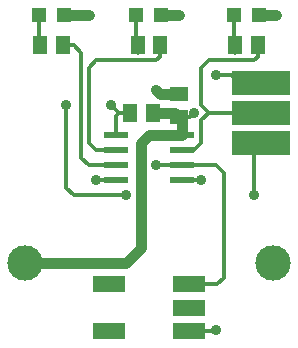
<source format=gtl>
G04 (created by PCBNEW (2012-oct-18)-testing) date Mon 29 Oct 2012 19:12:37 NZDT*
%MOIN*%
G04 Gerber Fmt 3.4, Leading zero omitted, Abs format*
%FSLAX34Y34*%
G01*
G70*
G90*
G04 APERTURE LIST*
%ADD10C,0.006*%
%ADD11R,0.19685X0.0787402*%
%ADD12C,0.11811*%
%ADD13R,0.0787X0.0236*%
%ADD14R,0.0512X0.059*%
%ADD15R,0.0472X0.0472*%
%ADD16R,0.059X0.0512*%
%ADD17R,0.108268X0.0551181*%
%ADD18C,0.035*%
%ADD19C,0.036*%
%ADD20C,0.012*%
G04 APERTURE END LIST*
G54D10*
G54D11*
X57500Y-54500D03*
X57500Y-53500D03*
X57500Y-55500D03*
G54D12*
X49615Y-59500D03*
X57884Y-59500D03*
G54D13*
X52650Y-55250D03*
X52650Y-55750D03*
X52650Y-56250D03*
X52650Y-56750D03*
X54850Y-56750D03*
X54850Y-56250D03*
X54850Y-55750D03*
X54850Y-55250D03*
G54D14*
X53875Y-54500D03*
X53125Y-54500D03*
X50125Y-52250D03*
X50875Y-52250D03*
X53375Y-52250D03*
X54125Y-52250D03*
X56625Y-52250D03*
X57375Y-52250D03*
G54D15*
X50087Y-51250D03*
X50913Y-51250D03*
X53337Y-51250D03*
X54163Y-51250D03*
X56587Y-51250D03*
X57413Y-51250D03*
G54D16*
X54750Y-54625D03*
X54750Y-53875D03*
G54D17*
X55088Y-61000D03*
X55088Y-61787D03*
X52411Y-61787D03*
X55088Y-60212D03*
X52411Y-60212D03*
G54D18*
X55250Y-54500D03*
X56000Y-53250D03*
X54000Y-56250D03*
X55500Y-56750D03*
X51000Y-54250D03*
X53000Y-57250D03*
X52500Y-54250D03*
X57250Y-57250D03*
X56000Y-61750D03*
X52000Y-56750D03*
X54000Y-53750D03*
X51750Y-51250D03*
X58000Y-51250D03*
X54750Y-51250D03*
G54D19*
X49615Y-59500D02*
X53000Y-59500D01*
X53000Y-59500D02*
X53500Y-59000D01*
G54D20*
X54750Y-54625D02*
X55125Y-54625D01*
X55125Y-54625D02*
X55250Y-54500D01*
G54D19*
X53750Y-55250D02*
X54850Y-55250D01*
X53500Y-55500D02*
X53750Y-55250D01*
X53500Y-59000D02*
X53500Y-55500D01*
X54850Y-55250D02*
X54850Y-54725D01*
X54850Y-54725D02*
X54625Y-54500D01*
X54625Y-54500D02*
X53875Y-54500D01*
G54D20*
X55088Y-60212D02*
X56037Y-60212D01*
X56000Y-56250D02*
X54850Y-56250D01*
X56250Y-56500D02*
X56000Y-56250D01*
X56250Y-60000D02*
X56250Y-56500D01*
X56037Y-60212D02*
X56250Y-60000D01*
X54850Y-56250D02*
X54000Y-56250D01*
X56750Y-53500D02*
X57500Y-53500D01*
X56500Y-53250D02*
X56750Y-53500D01*
X56000Y-53250D02*
X56500Y-53250D01*
X54850Y-56750D02*
X55500Y-56750D01*
X55750Y-54500D02*
X55500Y-54750D01*
X57500Y-54500D02*
X55750Y-54500D01*
X55750Y-54500D02*
X55500Y-54250D01*
X54850Y-55750D02*
X55250Y-55750D01*
X55500Y-55500D02*
X55500Y-54750D01*
X55250Y-55750D02*
X55500Y-55500D01*
X57375Y-52625D02*
X57375Y-52250D01*
X57250Y-52750D02*
X57375Y-52625D01*
X55750Y-52750D02*
X57250Y-52750D01*
X55500Y-53000D02*
X55750Y-52750D01*
X55500Y-54250D02*
X55500Y-53000D01*
X57250Y-57250D02*
X57250Y-57000D01*
X57250Y-55750D02*
X57500Y-55500D01*
X57250Y-57000D02*
X57250Y-55750D01*
X51000Y-57000D02*
X51000Y-54250D01*
X51250Y-57250D02*
X51000Y-57000D01*
X51500Y-57250D02*
X51250Y-57250D01*
X51750Y-57250D02*
X51500Y-57250D01*
X53000Y-57250D02*
X51750Y-57250D01*
X52650Y-54400D02*
X52750Y-54500D01*
X52500Y-54250D02*
X52650Y-54400D01*
X52650Y-55250D02*
X52650Y-54600D01*
X52750Y-54500D02*
X53125Y-54500D01*
X52650Y-54600D02*
X52750Y-54500D01*
X55088Y-61787D02*
X55962Y-61787D01*
X55962Y-61787D02*
X56000Y-61750D01*
X52000Y-56750D02*
X52650Y-56750D01*
G54D19*
X54750Y-53875D02*
X54125Y-53875D01*
X54125Y-53875D02*
X54000Y-53750D01*
X50913Y-51250D02*
X51750Y-51250D01*
X57413Y-51250D02*
X58000Y-51250D01*
X54163Y-51250D02*
X54750Y-51250D01*
G54D20*
X53337Y-51250D02*
X53337Y-52462D01*
X53337Y-52462D02*
X53375Y-52500D01*
X56587Y-51250D02*
X56587Y-52462D01*
X56587Y-52462D02*
X56625Y-52500D01*
X52000Y-56250D02*
X51750Y-56250D01*
X52650Y-56250D02*
X52000Y-56250D01*
X51250Y-52250D02*
X50875Y-52250D01*
X51500Y-52500D02*
X51250Y-52250D01*
X51500Y-52750D02*
X51500Y-52500D01*
X51500Y-52750D02*
X51500Y-56000D01*
X51750Y-56250D02*
X51500Y-56000D01*
X52650Y-55750D02*
X52000Y-55750D01*
X54125Y-52625D02*
X54125Y-52250D01*
X54000Y-52750D02*
X54125Y-52625D01*
X52000Y-52750D02*
X54000Y-52750D01*
X51750Y-53000D02*
X52000Y-52750D01*
X51750Y-55500D02*
X51750Y-53000D01*
X52000Y-55750D02*
X51750Y-55500D01*
X50087Y-51250D02*
X50087Y-52212D01*
X50087Y-52212D02*
X50125Y-52250D01*
M02*

</source>
